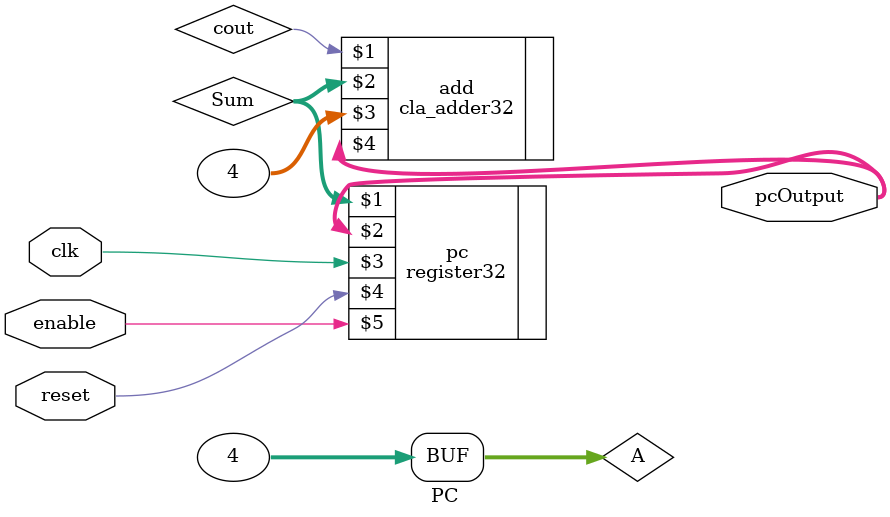
<source format=v>
module PC(pcOutput, clk, reset, enable);

parameter WIDTH = 32;

	
	output reg [WIDTH-1:0] pcOutput;
	input clk, reset, enable;
	wire cout;
	wire [WIDTH-1:0] A;
	
	reg [WIDTH-1:0] Sum;
	

assign A = 32'h4;

cla_adder32 add(cout, Sum, A, pcOutput);

register32 pc(Sum, pcOutput, clk, reset, enable);


		
endmodule
</source>
